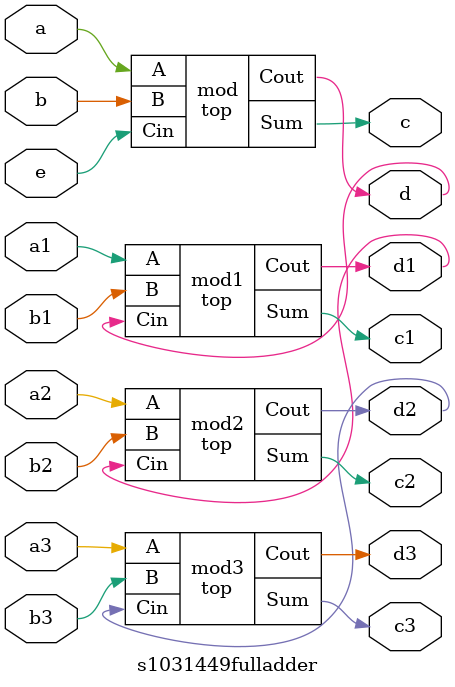
<source format=v>

module top (A , B, Cin, Sum,Cout);

input A,B,Cin;
output Sum,Cout;
assign Sum =Cin^(A^B);
assign Cout=Cin&(A^B)+A&B;

endmodule 
module s1031449fulladder(a,a1,a2,a3, b,b1,b2,b3, c, d,e,c1,c2,c3,d1,d2,d3);
input a, b,e,a1,a2,a3,b1,b2,b3;
output c, d,c1,c2,c3,d1,d2,d3;
top mod(a, b,e, c, d);
top mod1(a1, b1,d, c1, d1);
top mod2(a2, b2,d1, c2, d2);
top mod3(a3, b3,d2, c3, d3);
endmodule



</source>
